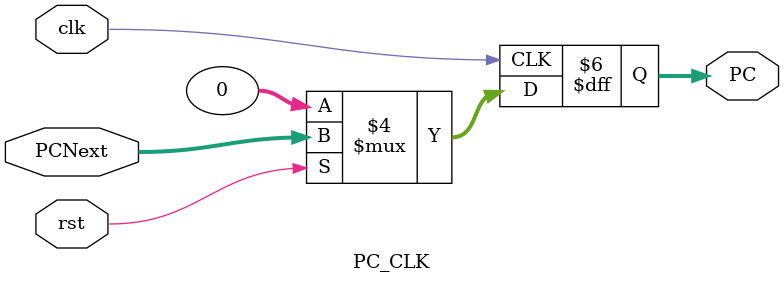
<source format=sv>
`timescale 1ns / 1ps


module PC_CLK(
input clk,rst,
input [31:0] PCNext,
output logic [31:0] PC
    );
    
    always_ff @(posedge clk) begin
    if(!rst) PC <= 0;
    else PC <= PCNext;
    end
endmodule

</source>
